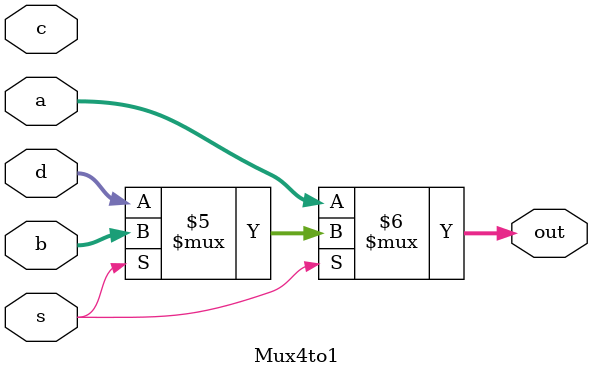
<source format=v>
module Mux4to1(a, b, c, d, s, out);
    parameter N = 32;
    input[N - 1:0] a, b, c, d;
    input[0:0] s;

    output[N - 1:0] out;

    assign out = (s == 2'b00)? a :
                 (s == 2'b01)? b :
                 (s == 2'b10)? c : d;
endmodule
</source>
